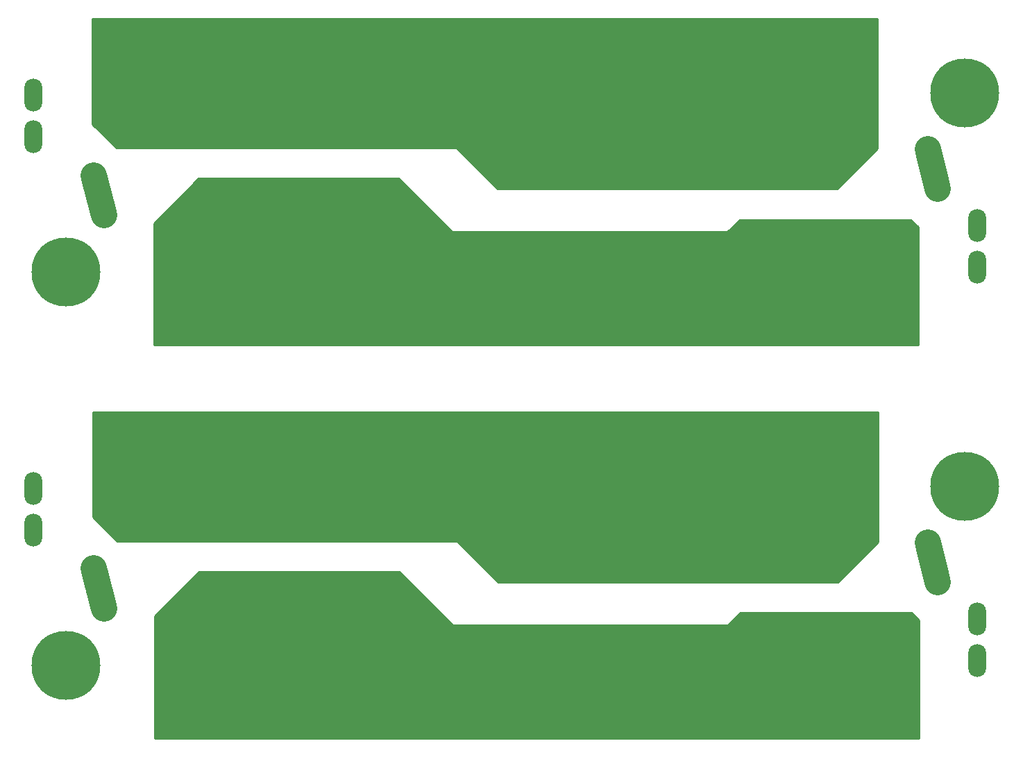
<source format=gbr>
G04 #@! TF.GenerationSoftware,KiCad,Pcbnew,(5.0.0)*
G04 #@! TF.CreationDate,2018-12-19T14:03:44+02:00*
G04 #@! TF.ProjectId,tp_x2_EKA,74705F78325F454B412E6B696361645F,3*
G04 #@! TF.SameCoordinates,Original*
G04 #@! TF.FileFunction,Soldermask,Bot*
G04 #@! TF.FilePolarity,Negative*
%FSLAX46Y46*%
G04 Gerber Fmt 4.6, Leading zero omitted, Abs format (unit mm)*
G04 Created by KiCad (PCBNEW (5.0.0)) date 12/19/18 14:03:44*
%MOMM*%
%LPD*%
G01*
G04 APERTURE LIST*
%ADD10O,2.200000X4.000000*%
%ADD11C,8.400000*%
%ADD12O,4.000000X2.200000*%
%ADD13O,9.200000X3.200000*%
%ADD14C,3.200000*%
%ADD15C,3.200000*%
%ADD16C,2.899360*%
%ADD17C,0.254000*%
G04 APERTURE END LIST*
D10*
G04 #@! TO.C,X14*
X214500000Y-120360000D03*
X214500000Y-125440000D03*
G04 #@! TD*
D11*
G04 #@! TO.C,REF\002A\002A*
X179000000Y-107000000D03*
G04 #@! TD*
D12*
G04 #@! TO.C,X26*
X140660000Y-103900000D03*
X145740000Y-103900000D03*
G04 #@! TD*
D13*
G04 #@! TO.C,V2.1*
X113619236Y-108634980D03*
D14*
X118307528Y-119296590D03*
D15*
X116261533Y-121490651D02*
X120353523Y-117102529D01*
D14*
X107389270Y-116635452D03*
D15*
X106784465Y-114209713D02*
X107994075Y-119061191D01*
G04 #@! TD*
D13*
G04 #@! TO.C,V2.2*
X202880764Y-121465020D03*
D14*
X198192472Y-110803410D03*
D15*
X200238467Y-108609349D02*
X196146477Y-112997471D01*
D14*
X209110730Y-113464548D03*
D15*
X209715535Y-115890287D02*
X208505925Y-111038809D01*
G04 #@! TD*
D11*
G04 #@! TO.C,REF\002A\002A*
X123900000Y-104100000D03*
G04 #@! TD*
D12*
G04 #@! TO.C,X6*
X171040000Y-125000000D03*
X165960000Y-125000000D03*
G04 #@! TD*
D11*
G04 #@! TO.C,REF\002A\002A*
X103400000Y-126000000D03*
G04 #@! TD*
D16*
G04 #@! TO.C,H1*
X185000000Y-124000000D03*
G04 #@! TD*
G04 #@! TO.C,H1*
X179000000Y-131000000D03*
G04 #@! TD*
G04 #@! TO.C,H1*
X161000000Y-131000000D03*
G04 #@! TD*
G04 #@! TO.C,H1*
X126000000Y-119000000D03*
G04 #@! TD*
G04 #@! TO.C,H1*
X131000000Y-129000000D03*
G04 #@! TD*
G04 #@! TO.C,H2*
X190000000Y-111000000D03*
G04 #@! TD*
G04 #@! TO.C,H1*
X200000000Y-128000000D03*
G04 #@! TD*
G04 #@! TO.C,H2*
X197000000Y-104000000D03*
G04 #@! TD*
D10*
G04 #@! TO.C,X17*
X99400000Y-109500000D03*
X99400000Y-104420000D03*
G04 #@! TD*
D14*
G04 #@! TO.C,X5*
X168000000Y-108000000D03*
X163000000Y-108000000D03*
X158000000Y-108000000D03*
X168000000Y-100900000D03*
X163000000Y-100900000D03*
X158000000Y-100900000D03*
G04 #@! TD*
G04 #@! TO.C,X4*
X142500000Y-124000000D03*
X147500000Y-124000000D03*
X152500000Y-124000000D03*
X142500000Y-131100000D03*
X147500000Y-131100000D03*
X152500000Y-131100000D03*
G04 #@! TD*
D16*
G04 #@! TO.C,H1*
X119000000Y-127000000D03*
G04 #@! TD*
G04 #@! TO.C,H2*
X151000000Y-99000000D03*
G04 #@! TD*
G04 #@! TO.C,H2*
X133000000Y-99000000D03*
G04 #@! TD*
G04 #@! TO.C,H2*
X187000000Y-99000000D03*
G04 #@! TD*
G04 #@! TO.C,H2*
X115000000Y-101000000D03*
G04 #@! TD*
D11*
G04 #@! TO.C,REF\002A\002A*
X213000000Y-104200000D03*
G04 #@! TD*
G04 #@! TO.C,REF\002A\002A*
X192600000Y-126000000D03*
G04 #@! TD*
D16*
G04 #@! TO.C,H2*
X115000000Y-53000000D03*
G04 #@! TD*
G04 #@! TO.C,H2*
X133000000Y-51000000D03*
G04 #@! TD*
G04 #@! TO.C,H2*
X151000000Y-51000000D03*
G04 #@! TD*
G04 #@! TO.C,H2*
X187000000Y-51000000D03*
G04 #@! TD*
G04 #@! TO.C,H2*
X190000000Y-63000000D03*
G04 #@! TD*
G04 #@! TO.C,H1*
X200000000Y-80000000D03*
G04 #@! TD*
G04 #@! TO.C,H1*
X185000000Y-76000000D03*
G04 #@! TD*
G04 #@! TO.C,H1*
X179000000Y-83000000D03*
G04 #@! TD*
G04 #@! TO.C,H1*
X161000000Y-83000000D03*
G04 #@! TD*
G04 #@! TO.C,H1*
X131000000Y-81000000D03*
G04 #@! TD*
G04 #@! TO.C,H1*
X126000000Y-71000000D03*
G04 #@! TD*
D11*
G04 #@! TO.C,REF\002A\002A*
X213000000Y-56200000D03*
G04 #@! TD*
G04 #@! TO.C,REF\002A\002A*
X192600000Y-78000000D03*
G04 #@! TD*
D12*
G04 #@! TO.C,X3*
X165960000Y-77000000D03*
X171040000Y-77000000D03*
G04 #@! TD*
D14*
G04 #@! TO.C,V1.2*
X209110730Y-65464548D03*
D15*
X209715535Y-67890287D02*
X208505925Y-63038809D01*
D14*
X198192472Y-62803410D03*
D15*
X200238467Y-60609349D02*
X196146477Y-64997471D01*
D13*
X202880764Y-73465020D03*
G04 #@! TD*
D11*
G04 #@! TO.C,REF\002A\002A*
X179000000Y-59000000D03*
G04 #@! TD*
G04 #@! TO.C,REF\002A\002A*
X103400000Y-78000000D03*
G04 #@! TD*
G04 #@! TO.C,REF\002A\002A*
X123900000Y-56100000D03*
G04 #@! TD*
D14*
G04 #@! TO.C,V1.1*
X107389270Y-68635452D03*
D15*
X106784465Y-66209713D02*
X107994075Y-71061191D01*
D14*
X118307528Y-71296590D03*
D15*
X116261533Y-73490651D02*
X120353523Y-69102529D01*
D13*
X113619236Y-60634980D03*
G04 #@! TD*
D10*
G04 #@! TO.C,X7*
X214500000Y-77440000D03*
X214500000Y-72360000D03*
G04 #@! TD*
D12*
G04 #@! TO.C,X12*
X145740000Y-55900000D03*
X140660000Y-55900000D03*
G04 #@! TD*
D10*
G04 #@! TO.C,X9*
X99400000Y-56420000D03*
X99400000Y-61500000D03*
G04 #@! TD*
D14*
G04 #@! TO.C,X1*
X152500000Y-83100000D03*
X147500000Y-83100000D03*
X142500000Y-83100000D03*
X152500000Y-76000000D03*
X147500000Y-76000000D03*
X142500000Y-76000000D03*
G04 #@! TD*
G04 #@! TO.C,X2*
X158000000Y-52900000D03*
X163000000Y-52900000D03*
X168000000Y-52900000D03*
X158000000Y-60000000D03*
X163000000Y-60000000D03*
X168000000Y-60000000D03*
G04 #@! TD*
D16*
G04 #@! TO.C,H1*
X119000000Y-79000000D03*
G04 #@! TD*
G04 #@! TO.C,H2*
X197000000Y-56000000D03*
G04 #@! TD*
D17*
G36*
X202373000Y-62947394D02*
X197447394Y-67873000D01*
X156052606Y-67873000D01*
X151089803Y-62910197D01*
X151048601Y-62882667D01*
X151000000Y-62873000D01*
X109552606Y-62873000D01*
X106627000Y-59947394D01*
X106627000Y-47127000D01*
X202373000Y-47127000D01*
X202373000Y-62947394D01*
X202373000Y-62947394D01*
G37*
X202373000Y-62947394D02*
X197447394Y-67873000D01*
X156052606Y-67873000D01*
X151089803Y-62910197D01*
X151048601Y-62882667D01*
X151000000Y-62873000D01*
X109552606Y-62873000D01*
X106627000Y-59947394D01*
X106627000Y-47127000D01*
X202373000Y-47127000D01*
X202373000Y-62947394D01*
G36*
X150410197Y-73089803D02*
X150451399Y-73117333D01*
X150500000Y-73127000D01*
X184000000Y-73127000D01*
X184048601Y-73117333D01*
X184089803Y-73089803D01*
X185552606Y-71627000D01*
X206447394Y-71627000D01*
X207373000Y-72552606D01*
X207373000Y-86873000D01*
X114127000Y-86873000D01*
X114127000Y-72052606D01*
X119552606Y-66627000D01*
X143947394Y-66627000D01*
X150410197Y-73089803D01*
X150410197Y-73089803D01*
G37*
X150410197Y-73089803D02*
X150451399Y-73117333D01*
X150500000Y-73127000D01*
X184000000Y-73127000D01*
X184048601Y-73117333D01*
X184089803Y-73089803D01*
X185552606Y-71627000D01*
X206447394Y-71627000D01*
X207373000Y-72552606D01*
X207373000Y-86873000D01*
X114127000Y-86873000D01*
X114127000Y-72052606D01*
X119552606Y-66627000D01*
X143947394Y-66627000D01*
X150410197Y-73089803D01*
G36*
X150497915Y-121089803D02*
X150539117Y-121117333D01*
X150587718Y-121127000D01*
X184087718Y-121127000D01*
X184136319Y-121117333D01*
X184177521Y-121089803D01*
X185640324Y-119627000D01*
X206535112Y-119627000D01*
X207460718Y-120552606D01*
X207460718Y-134873000D01*
X114214718Y-134873000D01*
X114214718Y-120052606D01*
X119640324Y-114627000D01*
X144035112Y-114627000D01*
X150497915Y-121089803D01*
X150497915Y-121089803D01*
G37*
X150497915Y-121089803D02*
X150539117Y-121117333D01*
X150587718Y-121127000D01*
X184087718Y-121127000D01*
X184136319Y-121117333D01*
X184177521Y-121089803D01*
X185640324Y-119627000D01*
X206535112Y-119627000D01*
X207460718Y-120552606D01*
X207460718Y-134873000D01*
X114214718Y-134873000D01*
X114214718Y-120052606D01*
X119640324Y-114627000D01*
X144035112Y-114627000D01*
X150497915Y-121089803D01*
G36*
X202432546Y-110947394D02*
X197506940Y-115873000D01*
X156112152Y-115873000D01*
X151149349Y-110910197D01*
X151108147Y-110882667D01*
X151059546Y-110873000D01*
X109612152Y-110873000D01*
X106686546Y-107947394D01*
X106686546Y-95127000D01*
X202432546Y-95127000D01*
X202432546Y-110947394D01*
X202432546Y-110947394D01*
G37*
X202432546Y-110947394D02*
X197506940Y-115873000D01*
X156112152Y-115873000D01*
X151149349Y-110910197D01*
X151108147Y-110882667D01*
X151059546Y-110873000D01*
X109612152Y-110873000D01*
X106686546Y-107947394D01*
X106686546Y-95127000D01*
X202432546Y-95127000D01*
X202432546Y-110947394D01*
M02*

</source>
